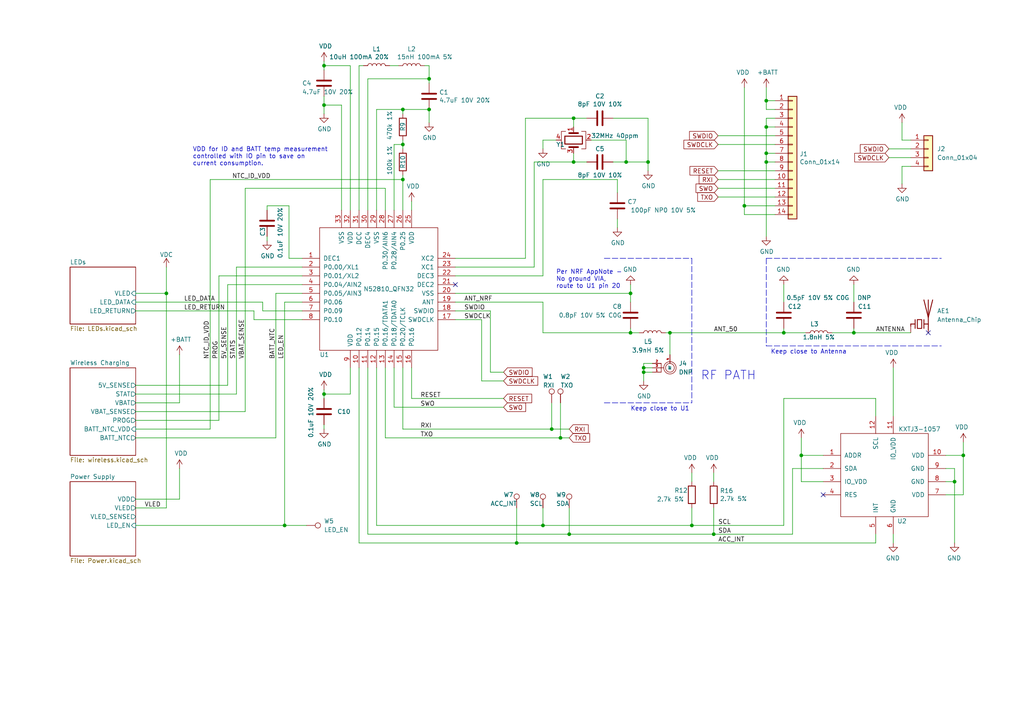
<source format=kicad_sch>
(kicad_sch (version 20211123) (generator eeschema)
  (paper "A4")
  (title_block (title "Pixels D20 Schematic, Main") (date "2021-06-23") (rev "2") (company "Systemic Games, LLC"))
  (lib_symbols
    (symbol "Connector_Generic:Conn_01x04" (pin_names (offset 1.016) hide)
      (property "Reference" "J" (at 0 5.08 0))
      (property "Value" "Conn_01x04" (at 0 -7.62 0))
      (symbol "Conn_01x04_1_1"
        (rectangle (start -1.27 -4.953) (end 0 -5.207) (stroke (width 0.1524)))
        (rectangle (start -1.27 -2.413) (end 0 -2.667) (stroke (width 0.1524)))
        (rectangle (start -1.27 0.127) (end 0 -0.127) (stroke (width 0.1524)))
        (rectangle (start -1.27 2.667) (end 0 2.413) (stroke (width 0.1524)))
        (rectangle (start -1.27 3.81) (end 1.27 -6.35) (stroke (width 0.254)) (fill (type background)))
        (pin passive line (at -5.08 2.54 0) (length 3.81) (name "Pin_1") (number "1"))
        (pin passive line (at -5.08 0 0) (length 3.81) (name "Pin_2") (number "2"))
        (pin passive line (at -5.08 -2.54 0) (length 3.81) (name "Pin_3") (number "3"))
        (pin passive line (at -5.08 -5.08 0) (length 3.81) (name "Pin_4") (number "4"))
      )
    )
    (symbol "Connector_Generic:Conn_01x14" (pin_names (offset 1.016) hide)
      (property "Reference" "J" (at 0 17.78 0))
      (property "Value" "Conn_01x14" (at 0 -20.32 0))
      (symbol "Conn_01x14_1_1"
        (rectangle (start -1.27 -17.653) (end 0 -17.907) (stroke (width 0.1524)))
        (rectangle (start -1.27 -15.113) (end 0 -15.367) (stroke (width 0.1524)))
        (rectangle (start -1.27 -12.573) (end 0 -12.827) (stroke (width 0.1524)))
        (rectangle (start -1.27 -10.033) (end 0 -10.287) (stroke (width 0.1524)))
        (rectangle (start -1.27 -7.493) (end 0 -7.747) (stroke (width 0.1524)))
        (rectangle (start -1.27 -4.953) (end 0 -5.207) (stroke (width 0.1524)))
        (rectangle (start -1.27 -2.413) (end 0 -2.667) (stroke (width 0.1524)))
        (rectangle (start -1.27 0.127) (end 0 -0.127) (stroke (width 0.1524)))
        (rectangle (start -1.27 2.667) (end 0 2.413) (stroke (width 0.1524)))
        (rectangle (start -1.27 5.207) (end 0 4.953) (stroke (width 0.1524)))
        (rectangle (start -1.27 7.747) (end 0 7.493) (stroke (width 0.1524)))
        (rectangle (start -1.27 10.287) (end 0 10.033) (stroke (width 0.1524)))
        (rectangle (start -1.27 12.827) (end 0 12.573) (stroke (width 0.1524)))
        (rectangle (start -1.27 15.367) (end 0 15.113) (stroke (width 0.1524)))
        (rectangle (start -1.27 16.51) (end 1.27 -19.05) (stroke (width 0.254)) (fill (type background)))
        (pin passive line (at -5.08 15.24 0) (length 3.81) (name "Pin_1") (number "1"))
        (pin passive line (at -5.08 -7.62 0) (length 3.81) (name "Pin_10") (number "10"))
        (pin passive line (at -5.08 -10.16 0) (length 3.81) (name "Pin_11") (number "11"))
        (pin passive line (at -5.08 -12.7 0) (length 3.81) (name "Pin_12") (number "12"))
        (pin passive line (at -5.08 -15.24 0) (length 3.81) (name "Pin_13") (number "13"))
        (pin passive line (at -5.08 -17.78 0) (length 3.81) (name "Pin_14") (number "14"))
        (pin passive line (at -5.08 12.7 0) (length 3.81) (name "Pin_2") (number "2"))
        (pin passive line (at -5.08 10.16 0) (length 3.81) (name "Pin_3") (number "3"))
        (pin passive line (at -5.08 7.62 0) (length 3.81) (name "Pin_4") (number "4"))
        (pin passive line (at -5.08 5.08 0) (length 3.81) (name "Pin_5") (number "5"))
        (pin passive line (at -5.08 2.54 0) (length 3.81) (name "Pin_6") (number "6"))
        (pin passive line (at -5.08 0 0) (length 3.81) (name "Pin_7") (number "7"))
        (pin passive line (at -5.08 -2.54 0) (length 3.81) (name "Pin_8") (number "8"))
        (pin passive line (at -5.08 -5.08 0) (length 3.81) (name "Pin_9") (number "9"))
      )
    )
    (symbol "Device:Antenna_Chip" (pin_numbers hide) (pin_names (offset 1.016) hide)
      (property "Reference" "AE" (at 0 5.08 0))
      (property "Value" "Antenna_Chip" (at 0 3.175 0))
      (symbol "Antenna_Chip_0_1"
        (polyline (pts (xy -2.54 0) (xy -2.54 -0.635)) (stroke (width 0.254)))
        (polyline (pts (xy -2.54 0) (xy -1.27 0)) (stroke (width 0.254)))
        (polyline (pts (xy 1.27 0) (xy 2.54 0)) (stroke (width 0.254)))
        (polyline (pts (xy 1.27 1.27) (xy 1.27 -1.27)) (stroke (width 0.254)))
        (polyline (pts (xy 2.54 -0.635) (xy 2.54 0)))
        (polyline (pts (xy 2.54 6.985) (xy 2.54 -1.905)) (stroke (width 0.254)))
        (polyline (pts (xy -1.27 1.27) (xy -1.27 -1.27) (xy -1.27 0)) (stroke (width 0.254)))
        (polyline (pts (xy 3.81 6.985) (xy 2.54 1.905) (xy 1.27 6.985)) (stroke (width 0.254)))
        (polyline (pts (xy -0.635 1.27) (xy 0.635 1.27) (xy 0.635 -1.27) (xy -0.635 -1.27) (xy -0.635 1.27)) (stroke (width 0.254)))
      )
      (symbol "Antenna_Chip_1_1"
        (pin input line (at -2.54 -2.54 90) (length 2.54) (name "FEED") (number "1"))
        (pin passive line (at 2.54 -2.54 90) (length 2.54) (name "PCB_Trace") (number "2"))
      )
    )
    (symbol "Device:C" (pin_numbers hide) (pin_names (offset 0.254))
      (property "Reference" "C" (at 0.635 2.54 0))
      (property "Value" "C" (at 0.635 -2.54 0))
      (symbol "C_0_1"
        (polyline (pts (xy -2.032 -0.762) (xy 2.032 -0.762)) (stroke (width 0.508)))
        (polyline (pts (xy -2.032 0.762) (xy 2.032 0.762)) (stroke (width 0.508)))
      )
      (symbol "C_1_1"
        (pin passive line (at 0 3.81 270) (length 2.794) (name "~") (number "1"))
        (pin passive line (at 0 -3.81 90) (length 2.794) (name "~") (number "2"))
      )
    )
    (symbol "Device:Crystal_GND24" (pin_names (offset 1.016) hide)
      (property "Reference" "Y" (at 3.175 5.08 0))
      (property "Value" "Crystal_GND24" (at 3.175 3.175 0))
      (symbol "Crystal_GND24_0_1"
        (rectangle (start -1.143 2.54) (end 1.143 -2.54) (stroke (width 0.3048)))
        (polyline (pts (xy -2.54 0) (xy -2.032 0)))
        (polyline (pts (xy -2.032 -1.27) (xy -2.032 1.27)) (stroke (width 0.508)))
        (polyline (pts (xy 0 -3.81) (xy 0 -3.556)))
        (polyline (pts (xy 0 3.556) (xy 0 3.81)))
        (polyline (pts (xy 2.032 -1.27) (xy 2.032 1.27)) (stroke (width 0.508)))
        (polyline (pts (xy 2.032 0) (xy 2.54 0)))
        (polyline (pts (xy -2.54 -2.286) (xy -2.54 -3.556) (xy 2.54 -3.556) (xy 2.54 -2.286)))
        (polyline (pts (xy -2.54 2.286) (xy -2.54 3.556) (xy 2.54 3.556) (xy 2.54 2.286)))
      )
      (symbol "Crystal_GND24_1_1"
        (pin passive line (at -3.81 0 0) (length 1.27) (name "1") (number "1"))
        (pin passive line (at 0 5.08 270) (length 1.27) (name "2") (number "2"))
        (pin passive line (at 3.81 0 180) (length 1.27) (name "3") (number "3"))
        (pin passive line (at 0 -5.08 90) (length 1.27) (name "4") (number "4"))
      )
    )
    (symbol "Device:L" (pin_numbers hide) (pin_names (offset 1.016) hide)
      (property "Reference" "L" (at -1.27 0 90))
      (property "Value" "L" (at 1.905 0 90))
      (symbol "L_0_1"
        (arc (start 0 -2.54) (mid 0.635 -1.905) (end 0 -1.27))
        (arc (start 0 -1.27) (mid 0.635 -0.635) (end 0 0))
        (arc (start 0 0) (mid 0.635 0.635) (end 0 1.27))
        (arc (start 0 1.27) (mid 0.635 1.905) (end 0 2.54))
      )
      (symbol "L_1_1"
        (pin passive line (at 0 3.81 270) (length 1.27) (name "1") (number "1"))
        (pin passive line (at 0 -3.81 90) (length 1.27) (name "2") (number "2"))
      )
    )
    (symbol "Device:R" (pin_numbers hide) (pin_names (offset 0))
      (property "Reference" "R" (at 2.032 0 90))
      (property "Value" "R" (at 0 0 90))
      (symbol "R_0_1"
        (rectangle (start -1.016 -2.54) (end 1.016 2.54) (stroke (width 0.254)))
      )
      (symbol "R_1_1"
        (pin passive line (at 0 3.81 270) (length 1.27) (name "~") (number "1"))
        (pin passive line (at 0 -3.81 90) (length 1.27) (name "~") (number "2"))
      )
    )
    (symbol "Pixels-dice:KXTJ3-1057" (pin_names (offset 1.016))
      (property "Reference" "U" (at 10.16 -12.7 0))
      (property "Value" "KXTJ3-1057" (at 8.89 13.97 0))
      (symbol "KXTJ3-1057_0_1"
        (rectangle (start -12.7 12.7) (end 12.7 -11.43))
      )
      (symbol "KXTJ3-1057_1_1"
        (pin input line (at -17.78 6.35 0) (length 5.08) (name "ADDR") (number "1"))
        (pin power_in line (at 17.78 6.35 180) (length 5.08) (name "VDD") (number "10"))
        (pin power_in line (at 2.54 17.78 270) (length 5.08) (name "IO_VDD") (number "11"))
        (pin input line (at -2.54 17.78 270) (length 5.08) (name "SCL") (number "12"))
        (pin bidirectional line (at -17.78 2.54 0) (length 5.08) (name "SDA") (number "2"))
        (pin power_in line (at -17.78 -1.27 0) (length 5.08) (name "IO_VDD") (number "3"))
        (pin passive line (at -17.78 -5.08 0) (length 5.08) (name "RES") (number "4"))
        (pin output line (at -2.54 -16.51 90) (length 5.08) (name "INT") (number "5"))
        (pin power_in line (at 2.54 -16.51 90) (length 5.08) (name "GND") (number "6"))
        (pin power_in line (at 17.78 -5.08 180) (length 5.08) (name "VDD") (number "7"))
        (pin power_in line (at 17.78 -1.27 180) (length 5.08) (name "GND") (number "8"))
        (pin power_in line (at 17.78 2.54 180) (length 5.08) (name "GND") (number "9"))
      )
    )
    (symbol "Pixels-dice:N52810_QFN32" (pin_names (offset 1.016))
      (property "Reference" "U" (at 13.97 -19.05 0))
      (property "Value" "N52810_QFN32" (at 2.54 0 0))
      (symbol "N52810_QFN32_0_1"
        (rectangle (start -17.78 17.78) (end 16.51 -17.78))
      )
      (symbol "N52810_QFN32_1_1"
        (pin power_out line (at -22.86 8.89 0) (length 5.08) (name "DEC1") (number "1"))
        (pin bidirectional line (at -6.35 -22.86 90) (length 5.08) (name "P0.12") (number "10"))
        (pin bidirectional line (at -3.81 -22.86 90) (length 5.08) (name "P0.14") (number "11"))
        (pin bidirectional line (at -1.27 -22.86 90) (length 5.08) (name "P0.15") (number "12"))
        (pin bidirectional line (at 1.27 -22.86 90) (length 5.08) (name "P0.16/TDATA1") (number "13"))
        (pin bidirectional line (at 3.81 -22.86 90) (length 5.08) (name "P0.18/TDATA0") (number "14"))
        (pin bidirectional line (at 6.35 -22.86 90) (length 5.08) (name "P0.20/TCLK") (number "15"))
        (pin bidirectional line (at 8.89 -22.86 90) (length 5.08) (name "P0.16") (number "16"))
        (pin bidirectional line (at 21.59 -8.89 180) (length 5.08) (name "SWDCLK") (number "17"))
        (pin bidirectional line (at 21.59 -6.35 180) (length 5.08) (name "SWDIO") (number "18"))
        (pin output line (at 21.59 -3.81 180) (length 5.08) (name "ANT") (number "19"))
        (pin bidirectional line (at -22.86 6.35 0) (length 5.08) (name "P0.00/XL1") (number "2"))
        (pin output line (at 21.59 -1.27 180) (length 5.08) (name "VSS") (number "20"))
        (pin output line (at 21.59 1.27 180) (length 5.08) (name "DEC2") (number "21"))
        (pin output line (at 21.59 3.81 180) (length 5.08) (name "DEC3") (number "22"))
        (pin output line (at 21.59 6.35 180) (length 5.08) (name "XC1") (number "23"))
        (pin input line (at 21.59 8.89 180) (length 5.08) (name "XC2") (number "24"))
        (pin power_in line (at 8.89 22.86 270) (length 5.08) (name "VDD") (number "25"))
        (pin bidirectional line (at 6.35 22.86 270) (length 5.08) (name "P0.25") (number "26"))
        (pin bidirectional line (at 3.81 22.86 270) (length 5.08) (name "P0.28/AIN4") (number "27"))
        (pin bidirectional line (at 1.27 22.86 270) (length 5.08) (name "P0.30/AIN6") (number "28"))
        (pin power_in line (at -1.27 22.86 270) (length 5.08) (name "VSS") (number "29"))
        (pin bidirectional line (at -22.86 3.81 0) (length 5.08) (name "P0.01/XL2") (number "3"))
        (pin output line (at -3.81 22.86 270) (length 5.08) (name "DEC4") (number "30"))
        (pin output line (at -6.35 22.86 270) (length 5.08) (name "DCC") (number "31"))
        (pin power_in line (at -8.89 22.86 270) (length 5.08) (name "VDD") (number "32"))
        (pin power_in line (at -11.43 22.86 270) (length 5.08) (name "VSS") (number "33"))
        (pin bidirectional line (at -22.86 1.27 0) (length 5.08) (name "P0.04/AIN2") (number "4"))
        (pin bidirectional line (at -22.86 -1.27 0) (length 5.08) (name "P0.05/AIN3") (number "5"))
        (pin bidirectional line (at -22.86 -3.81 0) (length 5.08) (name "P0.06") (number "6"))
        (pin bidirectional line (at -22.86 -6.35 0) (length 5.08) (name "P0.09") (number "7"))
        (pin bidirectional line (at -22.86 -8.89 0) (length 5.08) (name "P0.10") (number "8"))
        (pin power_in line (at -8.89 -22.86 90) (length 5.08) (name "VDD") (number "9"))
      )
    )
    (symbol "Pixels-dice:TEST_1P-conn" (pin_numbers hide) (pin_names (offset 0.762) hide)
      (property "Reference" "W" (at 0 6.858 0))
      (property "Value" "TEST_1P-conn" (at 0 5.08 0))
      (symbol "TEST_1P-conn_0_1"
        (circle (center 0 3.302) (radius 0.762))
      )
      (symbol "TEST_1P-conn_1_1"
        (pin passive line (at 0 0 90) (length 2.54) (name "1") (number "1"))
      )
    )
    (symbol "Pixels-dice:W.FL"
      (property "Reference" "J" (at 3.81 -1.27 0))
      (property "Value" "W.FL" (at 4.445 1.27 0))
      (symbol "W.FL_0_1"
        (polyline (pts (xy -1.27 -2.54) (xy 1.27 -2.54)))
        (polyline (pts (xy 0 -2.54) (xy 0 -1.905)))
        (circle (center 0 0) (radius 1.27))
        (circle (center 0 0) (radius 1.7961))
      )
      (symbol "W.FL_1_1"
        (pin passive line (at 1.27 -5.08 90) (length 2.54) (name "") (number "1"))
        (pin passive line (at -1.27 -5.08 90) (length 2.54) (name "") (number "2"))
        (pin passive line (at 0 -5.08 90) (length 2.54) (name "") (number "3"))
        (pin passive line (at -3.81 0 0) (length 2.54) (name "RF") (number "4"))
      )
    )
    (symbol "power:+BATT" (power) (pin_names (offset 0))
      (property "Value" "+BATT" (at 0 3.556 0))
      (symbol "+BATT_0_1"
        (polyline (pts (xy -0.762 1.27) (xy 0 2.54)))
        (polyline (pts (xy 0 0) (xy 0 2.54)))
        (polyline (pts (xy 0 2.54) (xy 0.762 1.27)))
      )
      (symbol "+BATT_1_1"
        (pin power_in line (at 0 0 90) (length 0) hide (name "+BATT") (number "1"))
      )
    )
    (symbol "power:GND" (power) (pin_names (offset 0))
      (property "Value" "GND" (at 0 -3.81 0))
      (symbol "GND_0_1"
        (polyline (pts (xy 0 0) (xy 0 -1.27) (xy 1.27 -1.27) (xy 0 -2.54) (xy -1.27 -1.27) (xy 0 -1.27)))
      )
      (symbol "GND_1_1"
        (pin power_in line (at 0 0 270) (length 0) hide (name "GND") (number "1"))
      )
    )
    (symbol "power:VDC" (power) (pin_names (offset 0))
      (property "Value" "VDC" (at 0 6.35 0))
      (symbol "VDC_0_1"
        (polyline (pts (xy -0.762 1.27) (xy 0 2.54)))
        (polyline (pts (xy 0 0) (xy 0 2.54)))
        (polyline (pts (xy 0 2.54) (xy 0.762 1.27)))
      )
      (symbol "VDC_1_1"
        (pin power_in line (at 0 0 90) (length 0) hide (name "VDC") (number "1"))
      )
    )
    (symbol "power:VDD" (power) (pin_names (offset 0))
      (property "Value" "VDD" (at 0 3.81 0))
      (symbol "VDD_0_1"
        (polyline (pts (xy -0.762 1.27) (xy 0 2.54)))
        (polyline (pts (xy 0 0) (xy 0 2.54)))
        (polyline (pts (xy 0 2.54) (xy 0.762 1.27)))
      )
      (symbol "VDD_1_1"
        (pin power_in line (at 0 0 90) (length 0) hide (name "VDD") (number "1"))
      )
    )
  )
  (junction (at 279.4 132.08))
  (junction (at 181.61 46.99))
  (junction (at 276.86 139.7))
  (junction (at 93.98 30.48))
  (junction (at 93.98 19.05))
  (junction (at 116.84 52.07))
  (junction (at 124.46 31.75))
  (junction (at 186.69 106.68))
  (junction (at 116.84 41.91))
  (junction (at 166.37 46.99))
  (junction (at 149.86 157.48))
  (junction (at 165.1 154.94))
  (junction (at 207.01 154.94))
  (junction (at 222.25 36.83))
  (junction (at 227.33 96.52))
  (junction (at 93.98 114.3))
  (junction (at 124.46 22.86))
  (junction (at 116.84 31.75))
  (junction (at 194.31 96.52))
  (junction (at 186.69 107.95))
  (junction (at 82.55 152.4))
  (junction (at 222.25 44.45))
  (junction (at 222.25 29.21))
  (junction (at 187.96 46.99))
  (junction (at 222.25 46.99))
  (junction (at 48.26 85.09))
  (junction (at 162.56 127))
  (junction (at 232.41 132.08))
  (junction (at 247.65 96.52))
  (junction (at 215.9 59.69))
  (junction (at 157.48 152.4))
  (junction (at 160.02 124.46))
  (junction (at 200.66 152.4))
  (junction (at 182.88 96.52))
  (junction (at 166.37 34.29))
  (junction (at 182.88 85.09))
  (no_connect (at 132.08 82.55))
  (no_connect (at 238.76 143.51))
  (no_connect (at 269.24 96.52))
  (wire (pts (xy 99.06 30.48) (xy 93.98 30.48)))
  (polyline (pts (xy 222.25 74.93) (xy 273.05 74.93)))
  (wire (pts (xy 99.06 60.96) (xy 99.06 30.48)))
  (wire (pts (xy 222.25 34.29) (xy 222.25 36.83)))
  (wire (pts (xy 207.01 137.16) (xy 207.01 139.7)))
  (wire (pts (xy 87.63 77.47) (xy 68.58 77.47)))
  (wire (pts (xy 149.86 147.32) (xy 149.86 157.48)))
  (wire (pts (xy 73.66 92.71) (xy 73.66 90.17)))
  (wire (pts (xy 109.22 31.75) (xy 109.22 60.96)))
  (wire (pts (xy 181.61 40.64) (xy 181.61 46.99)))
  (wire (pts (xy 157.48 96.52) (xy 182.88 96.52)))
  (wire (pts (xy 241.3 96.52) (xy 247.65 96.52)))
  (wire (pts (xy 261.62 48.26) (xy 264.16 48.26)))
  (wire (pts (xy 154.94 77.47) (xy 154.94 46.99)))
  (wire (pts (xy 93.98 19.05) (xy 93.98 20.32)))
  (wire (pts (xy 189.23 105.41) (xy 186.69 105.41)))
  (wire (pts (xy 232.41 139.7) (xy 232.41 132.08)))
  (wire (pts (xy 279.4 143.51) (xy 274.32 143.51)))
  (wire (pts (xy 101.6 19.05) (xy 93.98 19.05)))
  (wire (pts (xy 177.8 46.99) (xy 181.61 46.99)))
  (wire (pts (xy 157.48 80.01) (xy 132.08 80.01)))
  (wire (pts (xy 139.7 110.49) (xy 146.05 110.49)))
  (wire (pts (xy 63.5 80.01) (xy 63.5 121.92)))
  (wire (pts (xy 186.69 106.68) (xy 186.69 107.95)))
  (wire (pts (xy 132.08 74.93) (xy 152.4 74.93)))
  (wire (pts (xy 238.76 135.89) (xy 229.87 135.89)))
  (wire (pts (xy 227.33 95.25) (xy 227.33 96.52)))
  (wire (pts (xy 207.01 147.32) (xy 207.01 154.94)))
  (wire (pts (xy 194.31 96.52) (xy 227.33 96.52)))
  (wire (pts (xy 187.96 34.29) (xy 187.96 46.99)))
  (wire (pts (xy 247.65 95.25) (xy 247.65 96.52)))
  (wire (pts (xy 224.79 46.99) (xy 222.25 46.99)))
  (wire (pts (xy 160.02 124.46) (xy 165.1 124.46)))
  (wire (pts (xy 166.37 34.29) (xy 170.18 34.29)))
  (wire (pts (xy 259.08 154.94) (xy 259.08 157.48)))
  (polyline (pts (xy 175.26 74.93) (xy 200.66 74.93)))
  (wire (pts (xy 182.88 85.09) (xy 182.88 87.63)))
  (wire (pts (xy 39.37 114.3) (xy 68.58 114.3)))
  (wire (pts (xy 60.96 52.07) (xy 60.96 124.46)))
  (wire (pts (xy 247.65 82.55) (xy 247.65 87.63)))
  (wire (pts (xy 208.28 41.91) (xy 224.79 41.91)))
  (wire (pts (xy 39.37 147.32) (xy 48.26 147.32)))
  (wire (pts (xy 215.9 59.69) (xy 215.9 62.23)))
  (wire (pts (xy 116.84 124.46) (xy 116.84 106.68)))
  (wire (pts (xy 162.56 127) (xy 165.1 127)))
  (wire (pts (xy 257.81 43.18) (xy 264.16 43.18)))
  (wire (pts (xy 71.12 54.61) (xy 111.76 54.61)))
  (wire (pts (xy 257.81 45.72) (xy 264.16 45.72)))
  (wire (pts (xy 194.31 96.52) (xy 194.31 102.87)))
  (wire (pts (xy 111.76 54.61) (xy 111.76 60.96)))
  (wire (pts (xy 124.46 31.75) (xy 124.46 35.56)))
  (wire (pts (xy 39.37 111.76) (xy 66.04 111.76)))
  (wire (pts (xy 93.98 114.3) (xy 93.98 115.57)))
  (wire (pts (xy 80.01 85.09) (xy 87.63 85.09)))
  (wire (pts (xy 149.86 157.48) (xy 254 157.48)))
  (wire (pts (xy 66.04 82.55) (xy 66.04 111.76)))
  (wire (pts (xy 224.79 59.69) (xy 215.9 59.69)))
  (wire (pts (xy 274.32 139.7) (xy 276.86 139.7)))
  (wire (pts (xy 193.04 96.52) (xy 194.31 96.52)))
  (wire (pts (xy 152.4 74.93) (xy 152.4 34.29)))
  (wire (pts (xy 132.08 90.17) (xy 142.24 90.17)))
  (wire (pts (xy 76.2 90.17) (xy 87.63 90.17)))
  (wire (pts (xy 182.88 82.55) (xy 182.88 85.09)))
  (wire (pts (xy 114.3 106.68) (xy 114.3 118.11)))
  (wire (pts (xy 101.6 60.96) (xy 101.6 19.05)))
  (wire (pts (xy 132.08 87.63) (xy 157.48 87.63)))
  (wire (pts (xy 254 120.65) (xy 254 115.57)))
  (wire (pts (xy 222.25 31.75) (xy 224.79 31.75)))
  (wire (pts (xy 93.98 114.3) (xy 93.98 113.03)))
  (wire (pts (xy 182.88 96.52) (xy 185.42 96.52)))
  (wire (pts (xy 142.24 107.95) (xy 146.05 107.95)))
  (wire (pts (xy 222.25 29.21) (xy 222.25 31.75)))
  (wire (pts (xy 161.29 40.64) (xy 157.48 40.64)))
  (wire (pts (xy 160.02 116.84) (xy 160.02 124.46)))
  (wire (pts (xy 186.69 107.95) (xy 186.69 110.49)))
  (wire (pts (xy 222.25 44.45) (xy 222.25 46.99)))
  (wire (pts (xy 124.46 22.86) (xy 124.46 24.13)))
  (wire (pts (xy 52.07 144.78) (xy 52.07 135.89)))
  (wire (pts (xy 114.3 41.91) (xy 114.3 60.96)))
  (wire (pts (xy 123.19 19.05) (xy 124.46 19.05)))
  (wire (pts (xy 124.46 22.86) (xy 106.68 22.86)))
  (wire (pts (xy 165.1 154.94) (xy 207.01 154.94)))
  (wire (pts (xy 208.28 49.53) (xy 224.79 49.53)))
  (wire (pts (xy 232.41 132.08) (xy 238.76 132.08)))
  (wire (pts (xy 177.8 34.29) (xy 187.96 34.29)))
  (wire (pts (xy 189.23 107.95) (xy 186.69 107.95)))
  (wire (pts (xy 222.25 36.83) (xy 222.25 44.45)))
  (wire (pts (xy 39.37 85.09) (xy 48.26 85.09)))
  (wire (pts (xy 274.32 135.89) (xy 276.86 135.89)))
  (wire (pts (xy 279.4 132.08) (xy 279.4 143.51)))
  (wire (pts (xy 114.3 41.91) (xy 116.84 41.91)))
  (wire (pts (xy 154.94 46.99) (xy 166.37 46.99)))
  (wire (pts (xy 76.2 87.63) (xy 76.2 90.17)))
  (wire (pts (xy 63.5 121.92) (xy 39.37 121.92)))
  (wire (pts (xy 232.41 132.08) (xy 232.41 127)))
  (wire (pts (xy 101.6 114.3) (xy 93.98 114.3)))
  (wire (pts (xy 111.76 127) (xy 162.56 127)))
  (wire (pts (xy 227.33 115.57) (xy 227.33 152.4)))
  (wire (pts (xy 276.86 139.7) (xy 276.86 157.48)))
  (polyline (pts (xy 222.25 74.93) (xy 222.25 100.33)))
  (wire (pts (xy 200.66 137.16) (xy 200.66 139.7)))
  (wire (pts (xy 88.9 152.4) (xy 82.55 152.4)))
  (wire (pts (xy 222.25 34.29) (xy 224.79 34.29)))
  (wire (pts (xy 166.37 46.99) (xy 170.18 46.99)))
  (wire (pts (xy 215.9 62.23) (xy 224.79 62.23)))
  (wire (pts (xy 87.63 92.71) (xy 73.66 92.71)))
  (wire (pts (xy 222.25 46.99) (xy 222.25 68.58)))
  (wire (pts (xy 116.84 124.46) (xy 160.02 124.46)))
  (wire (pts (xy 179.07 52.07) (xy 179.07 55.88)))
  (wire (pts (xy 227.33 82.55) (xy 227.33 87.63)))
  (polyline (pts (xy 175.26 116.84) (xy 200.66 116.84)))
  (wire (pts (xy 119.38 106.68) (xy 119.38 115.57)))
  (wire (pts (xy 208.28 57.15) (xy 224.79 57.15)))
  (wire (pts (xy 157.48 152.4) (xy 200.66 152.4)))
  (wire (pts (xy 152.4 34.29) (xy 166.37 34.29)))
  (wire (pts (xy 106.68 22.86) (xy 106.68 60.96)))
  (wire (pts (xy 39.37 144.78) (xy 52.07 144.78)))
  (wire (pts (xy 109.22 106.68) (xy 109.22 152.4)))
  (wire (pts (xy 39.37 119.38) (xy 71.12 119.38)))
  (wire (pts (xy 124.46 19.05) (xy 124.46 22.86)))
  (wire (pts (xy 182.88 95.25) (xy 182.88 96.52)))
  (wire (pts (xy 48.26 85.09) (xy 48.26 147.32)))
  (wire (pts (xy 200.66 152.4) (xy 227.33 152.4)))
  (wire (pts (xy 106.68 154.94) (xy 165.1 154.94)))
  (wire (pts (xy 261.62 48.26) (xy 261.62 53.34)))
  (wire (pts (xy 227.33 96.52) (xy 233.68 96.52)))
  (wire (pts (xy 119.38 58.42) (xy 119.38 60.96)))
  (wire (pts (xy 82.55 152.4) (xy 39.37 152.4)))
  (wire (pts (xy 208.28 54.61) (xy 224.79 54.61)))
  (wire (pts (xy 39.37 87.63) (xy 76.2 87.63)))
  (wire (pts (xy 87.63 82.55) (xy 66.04 82.55)))
  (wire (pts (xy 116.84 50.8) (xy 116.84 52.07)))
  (wire (pts (xy 87.63 80.01) (xy 63.5 80.01)))
  (wire (pts (xy 186.69 105.41) (xy 186.69 106.68)))
  (wire (pts (xy 116.84 31.75) (xy 124.46 31.75)))
  (wire (pts (xy 68.58 77.47) (xy 68.58 114.3)))
  (wire (pts (xy 104.14 19.05) (xy 105.41 19.05)))
  (wire (pts (xy 106.68 154.94) (xy 106.68 106.68)))
  (wire (pts (xy 104.14 157.48) (xy 149.86 157.48)))
  (wire (pts (xy 139.7 92.71) (xy 139.7 110.49)))
  (wire (pts (xy 80.01 85.09) (xy 80.01 127)))
  (wire (pts (xy 189.23 106.68) (xy 186.69 106.68)))
  (wire (pts (xy 116.84 31.75) (xy 116.84 33.02)))
  (wire (pts (xy 171.45 40.64) (xy 181.61 40.64)))
  (wire (pts (xy 93.98 19.05) (xy 93.98 17.78)))
  (wire (pts (xy 93.98 30.48) (xy 93.98 33.02)))
  (wire (pts (xy 48.26 85.09) (xy 48.26 77.47)))
  (wire (pts (xy 104.14 19.05) (xy 104.14 60.96)))
  (wire (pts (xy 82.55 87.63) (xy 82.55 152.4)))
  (wire (pts (xy 132.08 92.71) (xy 139.7 92.71)))
  (wire (pts (xy 165.1 147.32) (xy 165.1 154.94)))
  (wire (pts (xy 229.87 135.89) (xy 229.87 154.94)))
  (wire (pts (xy 116.84 52.07) (xy 116.84 60.96)))
  (wire (pts (xy 224.79 44.45) (xy 222.25 44.45)))
  (wire (pts (xy 77.47 68.58) (xy 77.47 69.85)))
  (wire (pts (xy 146.05 115.57) (xy 119.38 115.57)))
  (polyline (pts (xy 222.25 100.33) (xy 273.05 100.33)))
  (wire (pts (xy 116.84 41.91) (xy 116.84 43.18)))
  (wire (pts (xy 222.25 25.4) (xy 222.25 29.21)))
  (wire (pts (xy 162.56 116.84) (xy 162.56 127)))
  (wire (pts (xy 157.48 147.32) (xy 157.48 152.4)))
  (wire (pts (xy 83.82 59.69) (xy 77.47 59.69)))
  (wire (pts (xy 142.24 90.17) (xy 142.24 107.95)))
  (wire (pts (xy 261.62 40.64) (xy 264.16 40.64)))
  (wire (pts (xy 109.22 31.75) (xy 116.84 31.75)))
  (wire (pts (xy 279.4 128.27) (xy 279.4 132.08)))
  (wire (pts (xy 87.63 74.93) (xy 83.82 74.93)))
  (wire (pts (xy 132.08 85.09) (xy 182.88 85.09)))
  (wire (pts (xy 93.98 27.94) (xy 93.98 30.48)))
  (wire (pts (xy 157.48 52.07) (xy 157.48 80.01)))
  (wire (pts (xy 254 154.94) (xy 254 157.48)))
  (wire (pts (xy 71.12 54.61) (xy 71.12 119.38)))
  (wire (pts (xy 181.61 46.99) (xy 187.96 46.99)))
  (polyline (pts (xy 200.66 74.93) (xy 200.66 116.84)))
  (wire (pts (xy 83.82 74.93) (xy 83.82 59.69)))
  (wire (pts (xy 207.01 154.94) (xy 229.87 154.94)))
  (wire (pts (xy 116.84 40.64) (xy 116.84 41.91)))
  (wire (pts (xy 80.01 127) (xy 39.37 127)))
  (wire (pts (xy 39.37 116.84) (xy 52.07 116.84)))
  (wire (pts (xy 104.14 106.68) (xy 104.14 157.48)))
  (wire (pts (xy 179.07 63.5) (xy 179.07 66.04)))
  (wire (pts (xy 157.48 40.64) (xy 157.48 43.18)))
  (wire (pts (xy 113.03 19.05) (xy 115.57 19.05)))
  (wire (pts (xy 157.48 87.63) (xy 157.48 96.52)))
  (wire (pts (xy 187.96 46.99) (xy 187.96 49.53)))
  (wire (pts (xy 166.37 44.45) (xy 166.37 46.99)))
  (wire (pts (xy 208.28 39.37) (xy 224.79 39.37)))
  (wire (pts (xy 261.62 35.56) (xy 261.62 40.64)))
  (wire (pts (xy 82.55 87.63) (xy 87.63 87.63)))
  (wire (pts (xy 166.37 36.83) (xy 166.37 34.29)))
  (wire (pts (xy 39.37 90.17) (xy 73.66 90.17)))
  (wire (pts (xy 279.4 132.08) (xy 274.32 132.08)))
  (wire (pts (xy 254 115.57) (xy 227.33 115.57)))
  (wire (pts (xy 179.07 52.07) (xy 157.48 52.07)))
  (wire (pts (xy 238.76 139.7) (xy 232.41 139.7)))
  (wire (pts (xy 146.05 118.11) (xy 114.3 118.11)))
  (wire (pts (xy 77.47 59.69) (xy 77.47 60.96)))
  (wire (pts (xy 224.79 36.83) (xy 222.25 36.83)))
  (wire (pts (xy 247.65 96.52) (xy 264.16 96.52)))
  (wire (pts (xy 111.76 127) (xy 111.76 106.68)))
  (wire (pts (xy 116.84 52.07) (xy 60.96 52.07)))
  (wire (pts (xy 215.9 25.4) (xy 215.9 59.69)))
  (wire (pts (xy 276.86 135.89) (xy 276.86 139.7)))
  (wire (pts (xy 259.08 106.68) (xy 259.08 120.65)))
  (wire (pts (xy 222.25 29.21) (xy 224.79 29.21)))
  (wire (pts (xy 132.08 77.47) (xy 154.94 77.47)))
  (wire (pts (xy 200.66 147.32) (xy 200.66 152.4)))
  (wire (pts (xy 101.6 106.68) (xy 101.6 114.3)))
  (wire (pts (xy 60.96 124.46) (xy 39.37 124.46)))
  (wire (pts (xy 52.07 102.87) (xy 52.07 116.84)))
  (wire (pts (xy 208.28 52.07) (xy 224.79 52.07)))
  (wire (pts (xy 109.22 152.4) (xy 157.48 152.4)))
  (wire (pts (xy 93.98 123.19) (xy 93.98 124.46)))
  (text "Keep close to Antenna" (at 223.52 102.87 0) (effects (font (size 1.27 1.27)) (justify left bottom)))
  (text "Keep close to U1" (at 182.88 119.38 0) (effects (font (size 1.27 1.27)) (justify left bottom)))
  (text "RF PATH" (at 203.2 110.49 0) (effects (font (size 2.54 2.54)) (justify left bottom)))
  (text "VDD for ID and BATT temp measurement\ncontrolled with IO pin to save on\ncurrent consumption." (at 55.88 48.26 0) (effects (font (size 1.27 1.27)) (justify left bottom)))
  (text "Per NRF AppNote -\nNo ground VIA,\nroute to U1 pin 20" (at 161.29 83.82 0) (effects (font (size 1.27 1.27)) (justify left bottom)))
  (label "TXO" (at 121.92 127 0))
  (label "ACC_INT" (at 208.28 157.48 0))
  (label "NTC_ID_VDD" (at 60.96 104.14 90))
  (label "SWDCLK" (at 134.62 92.71 0))
  (label "VBAT_SENSE" (at 71.12 104.14 90))
  (label "5V_SENSE" (at 66.04 104.14 90))
  (label "NTC_ID_VDD" (at 67.31 52.07 0))
  (label "ANT_50" (at 207.01 96.52 0))
  (label "SDA" (at 208.28 154.94 0))
  (label "LED_EN" (at 82.55 104.14 90))
  (label "RXI" (at 121.92 124.46 0))
  (label "SWDIO" (at 134.62 90.17 0))
  (label "ANTENNA" (at 254 96.52 0))
  (label "SWO" (at 121.92 118.11 0))
  (label "PROG" (at 63.5 104.14 90))
  (label "BATT_NTC" (at 80.01 104.14 90))
  (label "ANT_NRF" (at 134.62 87.63 0))
  (label "LED_DATA" (at 53.34 87.63 0))
  (label "RESET" (at 121.92 115.57 0))
  (label "SCL" (at 208.28 152.4 0))
  (label "VLED" (at 41.91 147.32 0))
  (label "LED_RETURN" (at 53.34 90.17 0))
  (label "STATS" (at 68.58 104.14 90))
  (global_label "TXO" (shape input) (at 165.1 127 0) (property "Intersheet References" "${INTERSHEET_REFS}" (effects hide)))
  (global_label "RESET" (shape input) (at 208.28 49.53 180) (property "Intersheet References" "${INTERSHEET_REFS}" (effects hide)))
  (global_label "SWDIO" (shape input) (at 146.05 107.95 0) (property "Intersheet References" "${INTERSHEET_REFS}" (effects hide)))
  (global_label "RXI" (shape input) (at 208.28 52.07 180) (property "Intersheet References" "${INTERSHEET_REFS}" (effects hide)))
  (global_label "SWO" (shape input) (at 146.05 118.11 0) (property "Intersheet References" "${INTERSHEET_REFS}" (effects hide)))
  (global_label "SWDIO" (shape input) (at 257.81 43.18 180) (property "Intersheet References" "${INTERSHEET_REFS}" (effects hide)))
  (global_label "SWDCLK" (shape input) (at 146.05 110.49 0) (property "Intersheet References" "${INTERSHEET_REFS}" (effects hide)))
  (global_label "TXO" (shape input) (at 208.28 57.15 180) (property "Intersheet References" "${INTERSHEET_REFS}" (effects hide)))
  (global_label "RESET" (shape input) (at 146.05 115.57 0) (property "Intersheet References" "${INTERSHEET_REFS}" (effects hide)))
  (global_label "SWDCLK" (shape input) (at 257.81 45.72 180) (property "Intersheet References" "${INTERSHEET_REFS}" (effects hide)))
  (global_label "SWO" (shape input) (at 208.28 54.61 180) (property "Intersheet References" "${INTERSHEET_REFS}" (effects hide)))
  (global_label "RXI" (shape input) (at 165.1 124.46 0) (property "Intersheet References" "${INTERSHEET_REFS}" (effects hide)))
  (global_label "SWDCLK" (shape input) (at 208.28 41.91 180) (property "Intersheet References" "${INTERSHEET_REFS}" (effects hide)))
  (global_label "SWDIO" (shape input) (at 208.28 39.37 180) (property "Intersheet References" "${INTERSHEET_REFS}" (effects hide)))
  (symbol (lib_id "power:GND") (at 93.98 124.46 0) (unit 1)
    (property "Reference" "#PWR016" (effects hide))
    (property "Value" "GND" (at 94.107 128.8542 0))
  )
  (symbol (lib_id "power:VDD") (at 93.98 113.03 0) (unit 1)
    (property "Reference" "#PWR014" (effects hide))
    (property "Value" "VDD" (at 94.4118 108.6358 0))
  )
  (symbol (lib_id "Device:C") (at 93.98 119.38 0) (unit 1)
    (property "Reference" "C10" (at 97.79 119.38 0) (effects (justify left)))
    (property "Value" "0.1uF 10V 20%" (at 90.17 127 90) (effects (justify left)))
    (property "Footprint" "Pixels-dice:C_0402_1005Metric" (effects hide))
    (property "Generic OK" "YES" (effects hide))
    (property "Pixels Part Number" "SMD-C005" (effects hide))
    (property "Manufacturer" "Murata" (effects hide))
    (property "Manufacturer Part Number" "GRM155R61H104KE19D" (effects hide))
  )
  (symbol (lib_id "power:GND") (at 93.98 33.02 0) (unit 1)
    (property "Reference" "#PWR08" (effects hide))
    (property "Value" "GND" (at 94.107 37.4142 0))
  )
  (symbol (lib_id "power:VDD") (at 93.98 17.78 0) (unit 1)
    (property "Reference" "#PWR01" (effects hide))
    (property "Value" "VDD" (at 94.4118 13.3858 0))
  )
  (symbol (lib_id "Device:C") (at 93.98 24.13 0) (unit 1)
    (property "Reference" "C4" (at 87.63 24.13 0) (effects (justify left)))
    (property "Value" "4.7uF 10V 20%" (at 87.63 26.67 0) (effects (justify left)))
    (property "Footprint" "Pixels-dice:C_0402_1005Metric" (effects hide))
    (property "Generic OK" "YES" (effects hide))
    (property "Pixels Part Number" "SMD-C002" (effects hide))
    (property "Manufacturer" "Murata" (effects hide))
    (property "Manufacturer Part Number" "GRM155R61A475MEAAJ" (effects hide))
  )
  (symbol (lib_id "power:GND") (at 77.47 69.85 0) (unit 1)
    (property "Reference" "#PWR05" (effects hide))
    (property "Value" "GND" (at 77.597 74.2442 0))
  )
  (symbol (lib_id "Device:C") (at 77.47 64.77 0) (unit 1)
    (property "Reference" "C3" (at 76.2 68.58 90) (effects (justify left)))
    (property "Value" "0.1uF 10V 20%" (at 81.28 74.93 90) (effects (justify left)))
    (property "Footprint" "Pixels-dice:C_0402_1005Metric" (effects hide))
    (property "Generic OK" "YES" (effects hide))
    (property "Pixels Part Number" "SMD-C005" (effects hide))
    (property "Manufacturer" "Murata" (effects hide))
    (property "Manufacturer Part Number" "GRM155R61H104KE19D" (effects hide))
  )
  (symbol (lib_id "Device:L") (at 109.22 19.05 90) (unit 1)
    (property "Reference" "L1" (at 109.22 14.224 90))
    (property "Value" "10uH 100mA 20%" (at 104.14 16.51 90))
    (property "Footprint" "Inductor_SMD:L_0805_2012Metric" (effects hide))
    (property "Generic OK" "YES" (effects hide))
    (property "Pixels Part Number" "SMD-L001" (effects hide))
    (property "Manufacturer" "Murata" (effects hide))
    (property "Manufacturer Part Number" "LQM21FN100M80L" (effects hide))
  )
  (symbol (lib_id "Device:L") (at 119.38 19.05 90) (unit 1)
    (property "Reference" "L2" (at 119.38 14.224 90))
    (property "Value" "15nH 100mA 5%" (at 123.19 16.51 90))
    (property "Footprint" "Inductor_SMD:L_0402_1005Metric" (effects hide))
    (property "Generic OK" "YES" (effects hide))
    (property "Pixels Part Number" "SMD-L002" (effects hide))
    (property "Manufacturer" "Murata" (effects hide))
    (property "Manufacturer Part Number" "LQG15HS15NJ02D" (effects hide))
  )
  (symbol (lib_id "Device:C") (at 124.46 27.94 0) (unit 1)
    (property "Reference" "C1" (at 127.381 26.7716 0) (effects (justify left)))
    (property "Value" "4.7uF 10V 20%" (at 127.381 29.083 0) (effects (justify left)))
    (property "Footprint" "Pixels-dice:C_0402_1005Metric" (effects hide))
    (property "Generic OK" "YES" (effects hide))
    (property "Pixels Part Number" "SMD-C002" (effects hide))
    (property "Manufacturer" "Murata" (effects hide))
    (property "Manufacturer Part Number" "GRM155R61A475MEAAJ" (effects hide))
  )
  (symbol (lib_id "power:GND") (at 124.46 35.56 0) (unit 1)
    (property "Reference" "#PWR03" (effects hide))
    (property "Value" "GND" (at 124.587 39.9542 0))
  )
  (symbol (lib_id "Device:Crystal_GND24") (at 166.37 40.64 270) (unit 1)
    (property "Reference" "Y1" (at 161.29 41.91 90) (effects (justify left)))
    (property "Value" "32MHz 40ppm" (at 171.45 39.37 90) (effects (justify left)))
    (property "Footprint" "Pixels-dice:Crystal_SMD_2016-4Pin_2.0x1.6mm" (effects hide))
    (property "Generic OK" "YES" (effects hide))
    (property "Manufacturer" "Murata" (effects hide))
    (property "Manufacturer Part Number" "XRCGB32M000F2P00R0" (effects hide))
    (property "Pixels Part Number" "SMD-Y001" (effects hide))
  )
  (symbol (lib_id "Device:C") (at 173.99 34.29 270) (unit 1)
    (property "Reference" "C2" (at 173.99 27.8892 90))
    (property "Value" "8pF 10V 10%" (at 173.99 30.2006 90))
    (property "Footprint" "Pixels-dice:C_0402_1005Metric" (effects hide))
    (property "Generic OK" "YES" (effects hide))
    (property "Pixels Part Number" "SMD-C001" (effects hide))
    (property "Manufacturer" "Murata" (effects hide))
    (property "Manufacturer Part Number" "GRT1555C2A8R0DA02" (effects hide))
  )
  (symbol (lib_id "Device:C") (at 173.99 46.99 270) (unit 1)
    (property "Reference" "C5" (at 173.99 43.18 90))
    (property "Value" "8pF 10V 10%" (at 173.99 50.8 90))
    (property "Footprint" "Pixels-dice:C_0402_1005Metric" (effects hide))
    (property "Generic OK" "YES" (effects hide))
    (property "Pixels Part Number" "SMD-C001" (effects hide))
    (property "Manufacturer" "Murata" (effects hide))
    (property "Manufacturer Part Number" "GRT1555C2A8R0DA02" (effects hide))
  )
  (symbol (lib_id "power:GND") (at 187.96 49.53 0) (unit 1)
    (property "Reference" "#PWR09" (effects hide))
    (property "Value" "GND" (at 188.087 53.9242 0))
  )
  (symbol (lib_id "power:GND") (at 179.07 66.04 0) (unit 1)
    (property "Reference" "#PWR011" (effects hide))
    (property "Value" "GND" (at 179.197 70.4342 0))
  )
  (symbol (lib_id "Device:C") (at 179.07 59.69 0) (unit 1)
    (property "Reference" "C7" (at 181.991 58.5216 0) (effects (justify left)))
    (property "Value" "100pF NP0 10V 5%" (at 182.88 60.96 0) (effects (justify left)))
    (property "Footprint" "Pixels-dice:C_0402_1005Metric" (effects hide))
    (property "Generic OK" "YES" (effects hide))
    (property "Pixels Part Number" "SMD-C003" (effects hide))
    (property "Manufacturer" "Murata" (effects hide))
    (property "Manufacturer Part Number" "GCM1555C1H101JA16J" (effects hide))
  )
  (symbol (lib_id "power:GND") (at 157.48 43.18 0) (unit 1)
    (property "Reference" "#PWR06" (effects hide))
    (property "Value" "GND" (at 157.607 47.5742 0))
  )
  (symbol (lib_id "power:VDD") (at 52.07 135.89 0) (unit 1)
    (property "Reference" "#PWR021" (effects hide))
    (property "Value" "VDD" (at 52.5018 131.4958 0))
  )
  (symbol (lib_id "Pixels-dice:TEST_1P-conn") (at 160.02 116.84 0) (unit 1)
    (property "Reference" "W1" (at 157.48 109.22 0) (effects (justify left)))
    (property "Value" "RXI" (at 157.48 111.76 0) (effects (justify left)))
    (property "Footprint" "Pixels-dice:TEST_PIN" (effects hide))
    (property "Generic OK" "N/A" (effects hide))
  )
  (symbol (lib_id "Pixels-dice:TEST_1P-conn") (at 162.56 116.84 0) (unit 1)
    (property "Reference" "W2" (at 162.56 109.22 0) (effects (justify left)))
    (property "Value" "TXO" (at 162.56 111.76 0) (effects (justify left)))
    (property "Footprint" "Pixels-dice:TEST_PIN" (effects hide))
    (property "Generic OK" "N/A" (effects hide))
  )
  (symbol (lib_id "Pixels-dice:TEST_1P-conn") (at 88.9 152.4 270) (unit 1)
    (property "Reference" "W5" (at 93.98 151.13 90) (effects (justify left)))
    (property "Value" "LED_EN" (at 93.98 153.67 90) (effects (justify left)))
    (property "Footprint" "Pixels-dice:TEST_PIN" (effects hide))
    (property "Generic OK" "N/A" (effects hide))
  )
  (symbol (lib_id "Pixels-dice:TEST_1P-conn") (at 149.86 147.32 0) (unit 1)
    (property "Reference" "W7" (at 146.05 143.51 0) (effects (justify left)))
    (property "Value" "ACC_INT" (at 142.24 146.05 0) (effects (justify left)))
    (property "Footprint" "Pixels-dice:TEST_PIN" (effects hide))
    (property "Generic OK" "N/A" (effects hide))
  )
  (symbol (lib_id "Pixels-dice:TEST_1P-conn") (at 157.48 147.32 0) (unit 1)
    (property "Reference" "W8" (at 153.67 143.51 0) (effects (justify left)))
    (property "Value" "SCL" (at 153.67 146.05 0) (effects (justify left)))
    (property "Footprint" "Pixels-dice:TEST_PIN" (effects hide))
    (property "Generic OK" "N/A" (effects hide))
  )
  (symbol (lib_id "Pixels-dice:TEST_1P-conn") (at 165.1 147.32 0) (unit 1)
    (property "Reference" "W9" (at 161.29 143.51 0) (effects (justify left)))
    (property "Value" "SDA" (at 161.29 146.05 0) (effects (justify left)))
    (property "Footprint" "Pixels-dice:TEST_PIN" (effects hide))
    (property "Generic OK" "N/A" (effects hide))
  )
  (symbol (lib_id "Pixels-dice:N52810_QFN32") (at 110.49 83.82 0) (unit 1)
    (property "Reference" "U1" (at 92.71 102.87 0) (effects (justify left)))
    (property "Value" "N52810_QFN32" (at 105.41 83.82 0) (effects (justify left)))
    (property "Footprint" "Package_DFN_QFN:QFN-32-1EP_5x5mm_P0.5mm_EP3.1x3.1mm" (effects hide))
    (property "Generic OK" "NO" (effects hide))
    (property "Manufacturer" "Nordic Semiconductor" (effects hide))
    (property "Manufacturer Part Number" "NRF52810-QCAA-R" (effects hide))
    (property "Pixels Part Number" "SMD-U001" (effects hide))
  )
  (symbol (lib_id "power:VDD") (at 119.38 58.42 0) (unit 1)
    (property "Reference" "#PWR04" (effects hide))
    (property "Value" "VDD" (at 119.8118 54.0258 0))
  )
  (symbol (lib_id "Connector_Generic:Conn_01x14") (at 229.87 44.45 0) (unit 1)
    (property "Reference" "J1" (at 231.902 44.6532 0) (effects (justify left)))
    (property "Value" "Conn_01x14" (at 231.902 46.9646 0) (effects (justify left)))
    (property "Footprint" "Pixels-dice:FPC_14" (effects hide))
    (property "Generic OK" "N/A" (effects hide))
  )
  (symbol (lib_id "power:+BATT") (at 222.25 25.4 0) (unit 1)
    (property "Reference" "#PWR07" (effects hide))
    (property "Value" "+BATT" (at 222.631 21.0058 0))
  )
  (symbol (lib_id "power:VDD") (at 215.9 25.4 0) (mirror y) (unit 1)
    (property "Reference" "#PWR02" (effects hide))
    (property "Value" "VDD" (at 215.4682 21.0058 0))
  )
  (symbol (lib_id "power:GND") (at 222.25 68.58 0) (unit 1)
    (property "Reference" "#PWR013" (effects hide))
    (property "Value" "GND" (at 222.377 72.9742 0))
  )
  (symbol (lib_id "Device:R") (at 116.84 46.99 0) (unit 1)
    (property "Reference" "R10" (at 116.84 46.99 90))
    (property "Value" "100k 1%" (at 113.03 50.8 90) (effects (justify left)))
    (property "Footprint" "Pixels-dice:R_0402_1005Metric" (effects hide))
    (property "Generic OK" "YES" (effects hide))
    (property "Pixels Part Number" "SMD-R006" (effects hide))
    (property "Manufacturer" "UNI-ROYAL(Uniroyal Elec)" (effects hide))
    (property "Manufacturer Part Number" "0402WGF1003TCE" (effects hide))
  )
  (symbol (lib_id "Device:R") (at 116.84 36.83 0) (unit 1)
    (property "Reference" "R9" (at 116.84 38.1 90) (effects (justify left)))
    (property "Value" "470k 1%" (at 113.03 40.64 90) (effects (justify left)))
    (property "Footprint" "Resistor_SMD:R_0402_1005Metric" (effects hide))
    (property "Generic OK" "YES" (effects hide))
    (property "Pixels Part Number" "SMD-R006" (effects hide))
    (property "Manufacturer" "UNI-ROYAL(Uniroyal Elec)" (effects hide))
    (property "Manufacturer Part Number" "0402WGF4703TCE" (effects hide))
  )
  (symbol (lib_id "Device:R") (at 200.66 143.51 0) (unit 1)
    (property "Reference" "R12" (at 195.58 142.24 0) (effects (justify left)))
    (property "Value" "2.7k 5%" (at 190.5 144.78 0) (effects (justify left)))
    (property "Footprint" "Pixels-dice:R_0402_1005Metric" (effects hide))
    (property "Generic OK" "YES" (effects hide))
    (property "Manufacturer" "UNI-ROYAL(Uniroyal Elec)" (effects hide))
    (property "Manufacturer Part Number" "0402WGJ0272TCE" (effects hide))
    (property "Pixels Part Number" "SMD-R021" (effects hide))
  )
  (symbol (lib_id "Device:R") (at 207.01 143.51 0) (unit 1)
    (property "Reference" "R16" (at 208.788 142.3416 0) (effects (justify left)))
    (property "Value" "2.7k 5%" (at 208.788 144.653 0) (effects (justify left)))
    (property "Footprint" "Pixels-dice:R_0402_1005Metric" (effects hide))
    (property "Generic OK" "YES" (effects hide))
    (property "Manufacturer" "UNI-ROYAL(Uniroyal Elec)" (effects hide))
    (property "Manufacturer Part Number" "0402WGJ0272TCE" (effects hide))
    (property "Pixels Part Number" "SMD-R021" (effects hide))
  )
  (symbol (lib_id "power:VDD") (at 207.01 137.16 0) (mirror y) (unit 1)
    (property "Reference" "#PWR046" (effects hide))
    (property "Value" "VDD" (at 206.5782 132.7658 0))
  )
  (symbol (lib_id "power:VDD") (at 200.66 137.16 0) (mirror y) (unit 1)
    (property "Reference" "#PWR045" (effects hide))
    (property "Value" "VDD" (at 200.2282 132.7658 0))
  )
  (symbol (lib_id "Pixels-dice:KXTJ3-1057") (at 256.54 138.43 0) (unit 1)
    (property "Reference" "U2" (at 261.62 151.13 0))
    (property "Value" "KXTJ3-1057" (at 266.7 124.46 0))
    (property "Footprint" "Package_LGA:LGA-12_2x2mm_P0.5mm" (effects hide))
    (property "Manufacturer" "Kionix" (effects hide))
    (property "Manufacturer Part Number" "KXTJ3-1057" (effects hide))
    (property "Pixels Part Number" "SMD-U002-ALT1" (effects hide))
    (property "Generic OK" "NO" (effects hide))
  )
  (symbol (lib_id "power:VDD") (at 279.4 128.27 0) (mirror y) (unit 1)
    (property "Reference" "#PWR037" (effects hide))
    (property "Value" "VDD" (at 278.9682 123.8758 0))
  )
  (symbol (lib_id "power:GND") (at 259.08 157.48 0) (mirror y) (unit 1)
    (property "Reference" "#PWR047" (effects hide))
    (property "Value" "GND" (at 258.953 161.8742 0))
  )
  (symbol (lib_id "power:GND") (at 276.86 157.48 0) (mirror y) (unit 1)
    (property "Reference" "#PWR048" (effects hide))
    (property "Value" "GND" (at 276.733 161.8742 0))
  )
  (symbol (lib_id "power:VDD") (at 259.08 106.68 0) (mirror y) (unit 1)
    (property "Reference" "#PWR015" (effects hide))
    (property "Value" "VDD" (at 258.6482 102.2858 0))
  )
  (symbol (lib_id "power:VDD") (at 232.41 127 0) (mirror y) (unit 1)
    (property "Reference" "#PWR023" (effects hide))
    (property "Value" "VDD" (at 231.9782 122.6058 0))
  )
  (symbol (lib_id "power:VDD") (at 261.62 35.56 0) (mirror y) (unit 1)
    (property "Reference" "#PWR?" (effects hide))
    (property "Value" "VDD" (at 261.1882 31.1658 0))
  )
  (symbol (lib_id "power:GND") (at 261.62 53.34 0) (unit 1)
    (property "Reference" "#PWR?" (effects hide))
    (property "Value" "GND" (at 261.747 57.7342 0))
  )
  (symbol (lib_id "Pixels-dice:W.FL") (at 194.31 106.68 270) (unit 1)
    (property "Reference" "J4" (at 196.85 105.4099 90) (effects (justify left)))
    (property "Value" "DNP" (at 196.85 107.9499 90) (effects (justify left)))
    (property "Footprint" "RFFrontEnd:MFH3.RECE.20369.001E.01" (effects hide))
    (property "Generic OK" "N/A" (effects hide))
  )
  (symbol (lib_id "Device:L") (at 189.23 96.52 90) (unit 1)
    (property "Reference" "L5" (at 187.96 99.06 90))
    (property "Value" "3.9nH 5%" (at 187.96 101.6 90))
    (property "Footprint" "Pixels-dice:0402_RF" (effects hide))
    (property "Generic OK" "YES" (effects hide))
    (property "Manufacturer" "Murata" (effects hide))
    (property "Manufacturer Part Number" "LQG15HS3N9B02D" (effects hide))
  )
  (symbol (lib_id "power:GND") (at 186.69 110.49 0) (unit 1)
    (property "Reference" "#PWR?" (effects hide))
    (property "Value" "GND" (at 186.817 114.8842 0))
  )
  (symbol (lib_id "Device:Antenna_Chip") (at 266.7 93.98 0) (unit 1)
    (property "Reference" "AE1" (at 271.78 90.1699 0) (effects (justify left)))
    (property "Value" "Antenna_Chip" (at 271.78 92.7099 0) (effects (justify left)))
    (property "Footprint" "Pixels-dice:CHIP_ANT" (effects hide))
    (property "Generic OK" "NO" (effects hide))
    (property "Manufacturer" "Microgate" (effects hide))
    (property "Manufacturer Part Number" "MGMA3216H2450-A02" (effects hide))
  )
  (symbol (lib_id "power:GND") (at 182.88 82.55 180) (unit 1)
    (property "Reference" "#PWR?" (effects hide))
    (property "Value" "GND" (at 182.753 78.1558 0))
  )
  (symbol (lib_id "Device:C") (at 247.65 91.44 180) (unit 1)
    (property "Reference" "C11" (at 252.73 88.9 0) (effects (justify left)))
    (property "Value" "DNP" (at 252.73 86.36 0) (effects (justify left)))
    (property "Footprint" "Pixels-dice:0402_RF" (effects hide))
    (property "Generic OK" "YES" (effects hide))
  )
  (symbol (lib_id "Device:C") (at 182.88 91.44 180) (unit 1)
    (property "Reference" "C8" (at 180.34 88.9 0) (effects (justify left)))
    (property "Value" "0.8pF 10V 5% C0G" (at 180.34 91.44 0) (effects (justify left)))
    (property "Footprint" "Pixels-dice:0402_RF" (effects hide))
    (property "Generic OK" "YES" (effects hide))
    (property "Pixels Part Number" "SMD-C004" (effects hide))
    (property "Manufacturer" "Murata" (effects hide))
    (property "Manufacturer Part Number" "GJM1555C1HR80BB01" (effects hide))
  )
  (symbol (lib_id "power:GND") (at 247.65 82.55 180) (unit 1)
    (property "Reference" "#PWR?" (effects hide))
    (property "Value" "GND" (at 247.523 78.1558 0))
  )
  (symbol (lib_id "power:VDC") (at 48.26 77.47 0) (unit 1)
    (property "Reference" "#PWR010" (effects hide))
    (property "Value" "VDC" (at 48.26 73.8655 0))
  )
  (symbol (lib_id "Device:C") (at 227.33 91.44 180) (unit 1)
    (property "Reference" "C12" (at 232.41 88.9 0) (effects (justify left)))
    (property "Value" "0.5pF 10V 5% C0G" (at 246.38 86.36 0) (effects (justify left)))
    (property "Footprint" "Pixels-dice:0402_RF" (effects hide))
    (property "Generic OK" "YES" (effects hide))
    (property "Pixels Part Number" "SMD-C004" (effects hide))
    (property "Manufacturer" "Murata" (effects hide))
    (property "Manufacturer Part Number" "GJM1555C1HR50BB01" (effects hide))
  )
  (symbol (lib_id "power:+BATT") (at 52.07 102.87 0) (unit 1)
    (property "Reference" "#PWR0143" (effects hide))
    (property "Value" "+BATT" (at 52.451 98.4758 0))
  )
  (symbol (lib_id "power:GND") (at 227.33 82.55 180) (unit 1)
    (property "Reference" "#PWR?" (effects hide))
    (property "Value" "GND" (at 227.203 78.1558 0))
  )
  (symbol (lib_id "Device:L") (at 237.49 96.52 90) (unit 1)
    (property "Reference" "L3" (at 236.22 93.98 90))
    (property "Value" "1.8nH 5%" (at 237.49 97.79 90))
    (property "Footprint" "Pixels-dice:0402_RF" (effects hide))
    (property "Generic OK" "YES" (effects hide))
    (property "Manufacturer" "Murata" (effects hide))
    (property "Manufacturer Part Number" "LQG15HZ1N8C02D" (effects hide))
  )
  (symbol (lib_id "Connector_Generic:Conn_01x04") (at 269.24 43.18 0) (unit 1)
    (property "Reference" "J2" (at 271.78 43.1799 0) (effects (justify left)))
    (property "Value" "Conn_01x04" (at 271.78 45.7199 0) (effects (justify left)))
    (property "Footprint" "Pixels-dice:FPC-POGO-4" (effects hide))
    (property "Generic OK" "N/A" (effects hide))
  )
  (sheet (at 20.32 139.7) (size 19.05 21.59)
    (property "Sheet name" "Power Supply" (at 20.32 138.9884 0) (effects (justify left bottom)))
    (property "Sheet file" "Power.kicad_sch" (at 20.32 161.8746 0) (effects (justify left top)))
    (pin "VDD" output (at 39.37 144.78 0))
    (pin "VLED" output (at 39.37 147.32 0))
    (pin "LED_EN" input (at 39.37 152.4 0))
    (pin "VLED_SENSE" output (at 39.37 149.86 0))
  )
  (sheet (at 20.32 77.47) (size 19.05 16.51)
    (property "Sheet name" "LEDs" (at 20.32 76.7584 0) (effects (justify left bottom)))
    (property "Sheet file" "LEDs.kicad_sch" (at 20.32 94.5646 0) (effects (justify left top)))
    (pin "VLED" input (at 39.37 85.09 0))
    (pin "LED_DATA" input (at 39.37 87.63 0))
    (pin "LED_RETURN" output (at 39.37 90.17 0))
  )
  (sheet (at 20.32 106.68) (size 19.05 25.4) (stroke (width 0.1524))
    (property "Sheet name" "Wireless Charging" (at 20.32 105.9684 0) (effects (justify left bottom)))
    (property "Sheet file" "wireless.kicad_sch" (at 20.32 132.6646 0) (effects (justify left top)))
    (pin "VBAT" output (at 39.37 116.84 0))
    (pin "STAT" output (at 39.37 114.3 0))
    (pin "5V_SENSE" output (at 39.37 111.76 0))
    (pin "VBAT_SENSE" output (at 39.37 119.38 0))
    (pin "PROG" output (at 39.37 121.92 0))
    (pin "BATT_NTC_VDD" input (at 39.37 124.46 0))
    (pin "BATT_NTC" output (at 39.37 127 0))
  )
)
</source>
